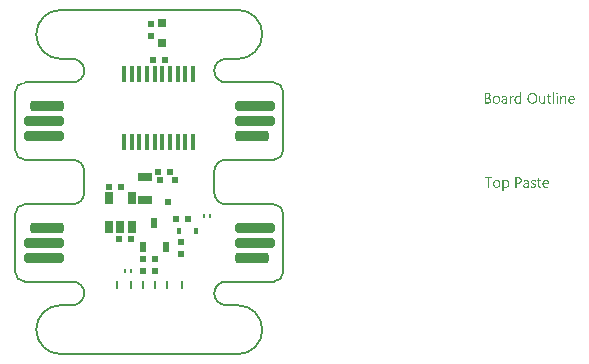
<source format=gtp>
G04*
G04 #@! TF.GenerationSoftware,Altium Limited,Altium Designer,21.3.1 (25)*
G04*
G04 Layer_Color=8421504*
%FSAX25Y25*%
%MOIN*%
G70*
G04*
G04 #@! TF.SameCoordinates,F5ED4B0F-9D4D-4CB6-A318-13B1BB274F9C*
G04*
G04*
G04 #@! TF.FilePolarity,Positive*
G04*
G01*
G75*
%ADD11C,0.00787*%
%ADD14R,0.05118X0.02756*%
%ADD15R,0.02362X0.02165*%
%ADD16R,0.01968X0.02165*%
%ADD17R,0.02756X0.02756*%
%ADD18R,0.01150X0.02724*%
%ADD19R,0.00992X0.02724*%
%ADD20R,0.00756X0.02724*%
%ADD21R,0.02756X0.03937*%
%ADD22R,0.02362X0.03543*%
%ADD23R,0.01575X0.05315*%
%ADD24R,0.00787X0.01181*%
G04:AMPARAMS|DCode=25|XSize=35.43mil|YSize=135.83mil|CornerRadius=13.82mil|HoleSize=0mil|Usage=FLASHONLY|Rotation=90.000|XOffset=0mil|YOffset=0mil|HoleType=Round|Shape=RoundedRectangle|*
%AMROUNDEDRECTD25*
21,1,0.03543,0.10819,0,0,90.0*
21,1,0.00780,0.13583,0,0,90.0*
1,1,0.02764,0.05409,0.00390*
1,1,0.02764,0.05409,-0.00390*
1,1,0.02764,-0.05409,-0.00390*
1,1,0.02764,-0.05409,0.00390*
%
%ADD25ROUNDEDRECTD25*%
G04:AMPARAMS|DCode=26|XSize=35.43mil|YSize=116.14mil|CornerRadius=13.82mil|HoleSize=0mil|Usage=FLASHONLY|Rotation=90.000|XOffset=0mil|YOffset=0mil|HoleType=Round|Shape=RoundedRectangle|*
%AMROUNDEDRECTD26*
21,1,0.03543,0.08850,0,0,90.0*
21,1,0.00780,0.11614,0,0,90.0*
1,1,0.02764,0.04425,0.00390*
1,1,0.02764,0.04425,-0.00390*
1,1,0.02764,-0.04425,-0.00390*
1,1,0.02764,-0.04425,0.00390*
%
%ADD26ROUNDEDRECTD26*%
%ADD27R,0.02165X0.01968*%
%ADD28R,0.01968X0.02165*%
%ADD29R,0.01575X0.02362*%
%ADD30R,0.02165X0.01968*%
G36*
X0136020Y0087185D02*
X0136045D01*
X0136101Y0087160D01*
X0136132Y0087141D01*
X0136162Y0087117D01*
X0136169Y0087111D01*
X0136175Y0087104D01*
X0136206Y0087067D01*
X0136231Y0087005D01*
X0136237Y0086968D01*
X0136243Y0086931D01*
Y0086925D01*
Y0086912D01*
X0136237Y0086894D01*
X0136231Y0086869D01*
X0136212Y0086807D01*
X0136187Y0086776D01*
X0136162Y0086745D01*
X0136156D01*
X0136150Y0086733D01*
X0136113Y0086708D01*
X0136057Y0086683D01*
X0136020Y0086677D01*
X0135983Y0086671D01*
X0135964D01*
X0135946Y0086677D01*
X0135921D01*
X0135859Y0086702D01*
X0135828Y0086714D01*
X0135797Y0086739D01*
Y0086745D01*
X0135785Y0086752D01*
X0135773Y0086770D01*
X0135760Y0086789D01*
X0135735Y0086851D01*
X0135729Y0086888D01*
X0135723Y0086931D01*
Y0086937D01*
Y0086949D01*
X0135729Y0086968D01*
X0135735Y0086999D01*
X0135754Y0087055D01*
X0135773Y0087086D01*
X0135797Y0087117D01*
X0135803Y0087123D01*
X0135810Y0087129D01*
X0135847Y0087154D01*
X0135909Y0087179D01*
X0135946Y0087191D01*
X0136002D01*
X0136020Y0087185D01*
D02*
G37*
G36*
X0124030Y0083520D02*
X0123628D01*
Y0083941D01*
X0123615D01*
Y0083935D01*
X0123603Y0083923D01*
X0123584Y0083898D01*
X0123566Y0083867D01*
X0123535Y0083830D01*
X0123498Y0083793D01*
X0123454Y0083749D01*
X0123405Y0083706D01*
X0123349Y0083657D01*
X0123281Y0083613D01*
X0123213Y0083576D01*
X0123133Y0083539D01*
X0123052Y0083508D01*
X0122959Y0083483D01*
X0122860Y0083471D01*
X0122755Y0083465D01*
X0122712D01*
X0122675Y0083471D01*
X0122637Y0083477D01*
X0122588Y0083483D01*
X0122483Y0083508D01*
X0122359Y0083545D01*
X0122235Y0083607D01*
X0122167Y0083644D01*
X0122111Y0083687D01*
X0122049Y0083743D01*
X0121994Y0083799D01*
Y0083805D01*
X0121981Y0083817D01*
X0121969Y0083836D01*
X0121950Y0083861D01*
X0121932Y0083892D01*
X0121907Y0083935D01*
X0121882Y0083985D01*
X0121857Y0084040D01*
X0121826Y0084102D01*
X0121802Y0084170D01*
X0121777Y0084245D01*
X0121758Y0084325D01*
X0121740Y0084412D01*
X0121727Y0084511D01*
X0121721Y0084610D01*
X0121715Y0084715D01*
Y0084721D01*
Y0084740D01*
Y0084777D01*
X0121721Y0084820D01*
X0121727Y0084870D01*
X0121734Y0084932D01*
X0121740Y0085000D01*
X0121752Y0085074D01*
X0121789Y0085235D01*
X0121845Y0085402D01*
X0121882Y0085483D01*
X0121925Y0085563D01*
X0121969Y0085637D01*
X0122025Y0085711D01*
X0122031Y0085718D01*
X0122037Y0085730D01*
X0122055Y0085749D01*
X0122080Y0085773D01*
X0122111Y0085798D01*
X0122154Y0085829D01*
X0122198Y0085866D01*
X0122247Y0085903D01*
X0122371Y0085971D01*
X0122513Y0086033D01*
X0122594Y0086052D01*
X0122681Y0086071D01*
X0122767Y0086083D01*
X0122866Y0086089D01*
X0122916D01*
X0122953Y0086083D01*
X0122990Y0086077D01*
X0123040Y0086071D01*
X0123151Y0086040D01*
X0123275Y0085990D01*
X0123337Y0085959D01*
X0123399Y0085916D01*
X0123461Y0085873D01*
X0123516Y0085817D01*
X0123566Y0085755D01*
X0123615Y0085681D01*
X0123628D01*
Y0087240D01*
X0124030D01*
Y0083520D01*
D02*
G37*
G36*
X0138298Y0086083D02*
X0138372Y0086077D01*
X0138465Y0086058D01*
X0138564Y0086027D01*
X0138669Y0085978D01*
X0138775Y0085910D01*
X0138818Y0085873D01*
X0138861Y0085823D01*
X0138874Y0085811D01*
X0138899Y0085773D01*
X0138929Y0085711D01*
X0138973Y0085625D01*
X0139010Y0085520D01*
X0139047Y0085390D01*
X0139072Y0085235D01*
X0139078Y0085055D01*
Y0083520D01*
X0138676D01*
Y0084950D01*
Y0084956D01*
Y0084987D01*
X0138669Y0085024D01*
Y0085074D01*
X0138657Y0085136D01*
X0138645Y0085204D01*
X0138626Y0085278D01*
X0138601Y0085352D01*
X0138570Y0085427D01*
X0138533Y0085495D01*
X0138484Y0085563D01*
X0138428Y0085625D01*
X0138366Y0085674D01*
X0138286Y0085711D01*
X0138199Y0085742D01*
X0138094Y0085749D01*
X0138081D01*
X0138044Y0085742D01*
X0137988Y0085736D01*
X0137920Y0085718D01*
X0137840Y0085693D01*
X0137753Y0085650D01*
X0137673Y0085594D01*
X0137592Y0085520D01*
X0137586Y0085507D01*
X0137561Y0085483D01*
X0137531Y0085433D01*
X0137493Y0085365D01*
X0137456Y0085284D01*
X0137425Y0085185D01*
X0137400Y0085074D01*
X0137394Y0084950D01*
Y0083520D01*
X0136992D01*
Y0086033D01*
X0137394D01*
Y0085612D01*
X0137407D01*
X0137413Y0085619D01*
X0137419Y0085631D01*
X0137438Y0085656D01*
X0137462Y0085687D01*
X0137487Y0085724D01*
X0137524Y0085761D01*
X0137568Y0085804D01*
X0137617Y0085854D01*
X0137673Y0085897D01*
X0137735Y0085941D01*
X0137803Y0085978D01*
X0137877Y0086015D01*
X0137951Y0086046D01*
X0138038Y0086071D01*
X0138131Y0086083D01*
X0138230Y0086089D01*
X0138267D01*
X0138298Y0086083D01*
D02*
G37*
G36*
X0121300Y0086071D02*
X0121375Y0086064D01*
X0121418Y0086052D01*
X0121449Y0086040D01*
Y0085625D01*
X0121443Y0085631D01*
X0121430Y0085637D01*
X0121405Y0085650D01*
X0121375Y0085668D01*
X0121331Y0085681D01*
X0121275Y0085693D01*
X0121214Y0085699D01*
X0121145Y0085705D01*
X0121133D01*
X0121102Y0085699D01*
X0121053Y0085693D01*
X0120997Y0085674D01*
X0120923Y0085644D01*
X0120855Y0085600D01*
X0120780Y0085538D01*
X0120712Y0085458D01*
X0120706Y0085445D01*
X0120687Y0085414D01*
X0120657Y0085359D01*
X0120626Y0085284D01*
X0120595Y0085192D01*
X0120564Y0085074D01*
X0120545Y0084944D01*
X0120539Y0084795D01*
Y0083520D01*
X0120137D01*
Y0086033D01*
X0120539D01*
Y0085514D01*
X0120551D01*
Y0085520D01*
X0120557Y0085526D01*
X0120570Y0085557D01*
X0120588Y0085606D01*
X0120619Y0085668D01*
X0120650Y0085730D01*
X0120700Y0085798D01*
X0120749Y0085866D01*
X0120811Y0085928D01*
X0120817Y0085934D01*
X0120842Y0085953D01*
X0120879Y0085978D01*
X0120929Y0086002D01*
X0120985Y0086027D01*
X0121053Y0086052D01*
X0121127Y0086071D01*
X0121207Y0086077D01*
X0121263D01*
X0121300Y0086071D01*
D02*
G37*
G36*
X0132040Y0083520D02*
X0131638D01*
Y0083916D01*
X0131625D01*
Y0083910D01*
X0131613Y0083898D01*
X0131600Y0083873D01*
X0131576Y0083848D01*
X0131520Y0083774D01*
X0131433Y0083694D01*
X0131384Y0083650D01*
X0131328Y0083607D01*
X0131266Y0083570D01*
X0131192Y0083533D01*
X0131118Y0083508D01*
X0131037Y0083483D01*
X0130944Y0083471D01*
X0130851Y0083465D01*
X0130814D01*
X0130771Y0083471D01*
X0130709Y0083483D01*
X0130641Y0083495D01*
X0130567Y0083520D01*
X0130486Y0083551D01*
X0130406Y0083601D01*
X0130319Y0083657D01*
X0130239Y0083725D01*
X0130164Y0083811D01*
X0130096Y0083916D01*
X0130034Y0084034D01*
X0129991Y0084176D01*
X0129966Y0084344D01*
X0129954Y0084430D01*
Y0084529D01*
Y0086033D01*
X0130350D01*
Y0084591D01*
Y0084585D01*
Y0084560D01*
X0130356Y0084517D01*
X0130362Y0084467D01*
X0130369Y0084405D01*
X0130381Y0084344D01*
X0130400Y0084269D01*
X0130424Y0084195D01*
X0130462Y0084121D01*
X0130499Y0084053D01*
X0130548Y0083985D01*
X0130610Y0083923D01*
X0130678Y0083873D01*
X0130759Y0083836D01*
X0130858Y0083805D01*
X0130963Y0083799D01*
X0130975D01*
X0131012Y0083805D01*
X0131068Y0083811D01*
X0131130Y0083824D01*
X0131210Y0083855D01*
X0131291Y0083892D01*
X0131371Y0083941D01*
X0131446Y0084016D01*
X0131452Y0084028D01*
X0131477Y0084053D01*
X0131508Y0084102D01*
X0131545Y0084170D01*
X0131576Y0084251D01*
X0131607Y0084350D01*
X0131631Y0084461D01*
X0131638Y0084585D01*
Y0086033D01*
X0132040D01*
Y0083520D01*
D02*
G37*
G36*
X0136175D02*
X0135773D01*
Y0086033D01*
X0136175D01*
Y0083520D01*
D02*
G37*
G36*
X0134955D02*
X0134553D01*
Y0087240D01*
X0134955D01*
Y0083520D01*
D02*
G37*
G36*
X0118577Y0086083D02*
X0118632Y0086077D01*
X0118701Y0086058D01*
X0118775Y0086040D01*
X0118855Y0086009D01*
X0118942Y0085971D01*
X0119022Y0085922D01*
X0119103Y0085860D01*
X0119177Y0085786D01*
X0119245Y0085693D01*
X0119301Y0085588D01*
X0119344Y0085464D01*
X0119369Y0085322D01*
X0119381Y0085154D01*
Y0083520D01*
X0118979D01*
Y0083910D01*
X0118967D01*
Y0083904D01*
X0118954Y0083892D01*
X0118942Y0083867D01*
X0118917Y0083842D01*
X0118855Y0083768D01*
X0118775Y0083687D01*
X0118663Y0083607D01*
X0118533Y0083533D01*
X0118453Y0083508D01*
X0118372Y0083483D01*
X0118286Y0083471D01*
X0118193Y0083465D01*
X0118156D01*
X0118131Y0083471D01*
X0118063Y0083477D01*
X0117982Y0083489D01*
X0117883Y0083514D01*
X0117791Y0083545D01*
X0117692Y0083595D01*
X0117605Y0083657D01*
X0117599Y0083669D01*
X0117574Y0083694D01*
X0117537Y0083737D01*
X0117500Y0083799D01*
X0117463Y0083873D01*
X0117425Y0083960D01*
X0117401Y0084065D01*
X0117394Y0084183D01*
Y0084189D01*
Y0084214D01*
X0117401Y0084251D01*
X0117407Y0084294D01*
X0117419Y0084350D01*
X0117438Y0084412D01*
X0117463Y0084480D01*
X0117500Y0084548D01*
X0117543Y0084622D01*
X0117599Y0084696D01*
X0117667Y0084764D01*
X0117747Y0084826D01*
X0117840Y0084888D01*
X0117952Y0084938D01*
X0118075Y0084975D01*
X0118224Y0085006D01*
X0118979Y0085111D01*
Y0085117D01*
Y0085136D01*
X0118973Y0085173D01*
Y0085210D01*
X0118960Y0085260D01*
X0118954Y0085315D01*
X0118917Y0085433D01*
X0118886Y0085489D01*
X0118855Y0085544D01*
X0118812Y0085600D01*
X0118762Y0085650D01*
X0118701Y0085693D01*
X0118632Y0085724D01*
X0118552Y0085742D01*
X0118459Y0085749D01*
X0118416D01*
X0118385Y0085742D01*
X0118342D01*
X0118298Y0085730D01*
X0118187Y0085711D01*
X0118063Y0085674D01*
X0117927Y0085619D01*
X0117852Y0085582D01*
X0117784Y0085544D01*
X0117710Y0085495D01*
X0117642Y0085439D01*
Y0085854D01*
X0117648D01*
X0117661Y0085866D01*
X0117679Y0085879D01*
X0117710Y0085891D01*
X0117741Y0085910D01*
X0117784Y0085928D01*
X0117834Y0085947D01*
X0117890Y0085971D01*
X0118013Y0086015D01*
X0118162Y0086052D01*
X0118323Y0086077D01*
X0118496Y0086089D01*
X0118533D01*
X0118577Y0086083D01*
D02*
G37*
G36*
X0112888Y0087030D02*
X0112931D01*
X0112975Y0087024D01*
X0113074Y0087011D01*
X0113191Y0086980D01*
X0113315Y0086943D01*
X0113433Y0086888D01*
X0113538Y0086813D01*
X0113544D01*
X0113550Y0086801D01*
X0113581Y0086776D01*
X0113625Y0086727D01*
X0113674Y0086659D01*
X0113717Y0086572D01*
X0113761Y0086473D01*
X0113792Y0086361D01*
X0113804Y0086300D01*
Y0086231D01*
Y0086225D01*
Y0086219D01*
Y0086182D01*
X0113798Y0086126D01*
X0113786Y0086058D01*
X0113767Y0085971D01*
X0113736Y0085885D01*
X0113699Y0085798D01*
X0113643Y0085711D01*
X0113637Y0085699D01*
X0113612Y0085674D01*
X0113575Y0085637D01*
X0113526Y0085588D01*
X0113464Y0085538D01*
X0113390Y0085483D01*
X0113297Y0085439D01*
X0113198Y0085396D01*
Y0085390D01*
X0113216D01*
X0113235Y0085383D01*
X0113253Y0085377D01*
X0113321Y0085365D01*
X0113402Y0085340D01*
X0113488Y0085303D01*
X0113581Y0085260D01*
X0113674Y0085198D01*
X0113761Y0085117D01*
X0113773Y0085105D01*
X0113798Y0085074D01*
X0113829Y0085031D01*
X0113872Y0084963D01*
X0113909Y0084876D01*
X0113947Y0084777D01*
X0113971Y0084659D01*
X0113978Y0084529D01*
Y0084523D01*
Y0084511D01*
Y0084486D01*
X0113971Y0084455D01*
X0113965Y0084418D01*
X0113959Y0084374D01*
X0113934Y0084269D01*
X0113897Y0084152D01*
X0113841Y0084028D01*
X0113804Y0083972D01*
X0113761Y0083910D01*
X0113705Y0083855D01*
X0113649Y0083799D01*
X0113643D01*
X0113637Y0083786D01*
X0113619Y0083774D01*
X0113594Y0083755D01*
X0113563Y0083737D01*
X0113520Y0083712D01*
X0113427Y0083663D01*
X0113309Y0083607D01*
X0113173Y0083564D01*
X0113012Y0083533D01*
X0112931Y0083526D01*
X0112839Y0083520D01*
X0111811D01*
Y0087036D01*
X0112857D01*
X0112888Y0087030D01*
D02*
G37*
G36*
X0133383Y0086033D02*
X0134021D01*
Y0085687D01*
X0133383D01*
Y0084269D01*
Y0084257D01*
Y0084226D01*
X0133389Y0084183D01*
X0133396Y0084127D01*
X0133420Y0084009D01*
X0133439Y0083954D01*
X0133470Y0083910D01*
X0133476Y0083904D01*
X0133488Y0083892D01*
X0133507Y0083879D01*
X0133538Y0083861D01*
X0133575Y0083836D01*
X0133625Y0083824D01*
X0133686Y0083811D01*
X0133755Y0083805D01*
X0133779D01*
X0133810Y0083811D01*
X0133847Y0083817D01*
X0133934Y0083842D01*
X0133977Y0083861D01*
X0134021Y0083886D01*
Y0083539D01*
X0134015D01*
X0133996Y0083526D01*
X0133965Y0083520D01*
X0133922Y0083508D01*
X0133866Y0083495D01*
X0133804Y0083483D01*
X0133730Y0083477D01*
X0133643Y0083471D01*
X0133612D01*
X0133581Y0083477D01*
X0133538Y0083483D01*
X0133488Y0083495D01*
X0133433Y0083508D01*
X0133377Y0083533D01*
X0133315Y0083564D01*
X0133253Y0083601D01*
X0133191Y0083650D01*
X0133136Y0083706D01*
X0133086Y0083780D01*
X0133043Y0083861D01*
X0133012Y0083960D01*
X0132987Y0084071D01*
X0132981Y0084201D01*
Y0085687D01*
X0132554D01*
Y0086033D01*
X0132981D01*
Y0086646D01*
X0133383Y0086776D01*
Y0086033D01*
D02*
G37*
G36*
X0140910Y0086083D02*
X0140954Y0086077D01*
X0140997Y0086071D01*
X0141108Y0086052D01*
X0141232Y0086009D01*
X0141356Y0085953D01*
X0141418Y0085916D01*
X0141480Y0085873D01*
X0141535Y0085823D01*
X0141591Y0085767D01*
X0141597Y0085761D01*
X0141604Y0085755D01*
X0141616Y0085736D01*
X0141634Y0085711D01*
X0141653Y0085674D01*
X0141678Y0085637D01*
X0141702Y0085594D01*
X0141727Y0085538D01*
X0141752Y0085476D01*
X0141777Y0085414D01*
X0141802Y0085340D01*
X0141820Y0085260D01*
X0141839Y0085173D01*
X0141851Y0085086D01*
X0141864Y0084987D01*
Y0084882D01*
Y0084672D01*
X0140087D01*
Y0084665D01*
Y0084653D01*
Y0084635D01*
X0140093Y0084604D01*
X0140099Y0084566D01*
Y0084529D01*
X0140118Y0084430D01*
X0140149Y0084331D01*
X0140186Y0084220D01*
X0140242Y0084114D01*
X0140310Y0084022D01*
X0140322Y0084009D01*
X0140347Y0083985D01*
X0140396Y0083954D01*
X0140464Y0083910D01*
X0140551Y0083867D01*
X0140650Y0083836D01*
X0140768Y0083811D01*
X0140904Y0083799D01*
X0140947D01*
X0140978Y0083805D01*
X0141015D01*
X0141059Y0083811D01*
X0141164Y0083836D01*
X0141282Y0083867D01*
X0141412Y0083916D01*
X0141548Y0083985D01*
X0141616Y0084028D01*
X0141684Y0084077D01*
Y0083700D01*
X0141678D01*
X0141672Y0083687D01*
X0141653Y0083681D01*
X0141622Y0083663D01*
X0141591Y0083644D01*
X0141554Y0083626D01*
X0141504Y0083607D01*
X0141455Y0083582D01*
X0141393Y0083557D01*
X0141325Y0083539D01*
X0141176Y0083502D01*
X0141003Y0083477D01*
X0140811Y0083465D01*
X0140762D01*
X0140725Y0083471D01*
X0140681Y0083477D01*
X0140626Y0083483D01*
X0140508Y0083508D01*
X0140372Y0083545D01*
X0140235Y0083607D01*
X0140167Y0083650D01*
X0140099Y0083694D01*
X0140037Y0083743D01*
X0139976Y0083805D01*
X0139969Y0083811D01*
X0139963Y0083824D01*
X0139951Y0083842D01*
X0139926Y0083867D01*
X0139907Y0083904D01*
X0139883Y0083947D01*
X0139852Y0083997D01*
X0139827Y0084053D01*
X0139796Y0084114D01*
X0139771Y0084189D01*
X0139740Y0084269D01*
X0139722Y0084356D01*
X0139703Y0084449D01*
X0139685Y0084548D01*
X0139678Y0084653D01*
X0139672Y0084764D01*
Y0084771D01*
Y0084789D01*
Y0084820D01*
X0139678Y0084864D01*
X0139685Y0084913D01*
X0139691Y0084969D01*
X0139697Y0085037D01*
X0139716Y0085105D01*
X0139753Y0085254D01*
X0139808Y0085414D01*
X0139846Y0085495D01*
X0139895Y0085569D01*
X0139945Y0085650D01*
X0140000Y0085718D01*
X0140006Y0085724D01*
X0140019Y0085736D01*
X0140037Y0085755D01*
X0140062Y0085773D01*
X0140093Y0085804D01*
X0140130Y0085835D01*
X0140180Y0085866D01*
X0140229Y0085903D01*
X0140347Y0085971D01*
X0140489Y0086033D01*
X0140570Y0086052D01*
X0140650Y0086071D01*
X0140737Y0086083D01*
X0140830Y0086089D01*
X0140879D01*
X0140910Y0086083D01*
D02*
G37*
G36*
X0127868Y0087092D02*
X0127930Y0087086D01*
X0128004Y0087073D01*
X0128085Y0087055D01*
X0128171Y0087036D01*
X0128258Y0087011D01*
X0128357Y0086980D01*
X0128450Y0086937D01*
X0128549Y0086888D01*
X0128648Y0086832D01*
X0128741Y0086764D01*
X0128833Y0086690D01*
X0128920Y0086603D01*
X0128926Y0086597D01*
X0128939Y0086578D01*
X0128963Y0086553D01*
X0128988Y0086516D01*
X0129025Y0086467D01*
X0129063Y0086405D01*
X0129100Y0086337D01*
X0129143Y0086263D01*
X0129186Y0086170D01*
X0129224Y0086077D01*
X0129261Y0085971D01*
X0129298Y0085854D01*
X0129323Y0085736D01*
X0129347Y0085606D01*
X0129360Y0085464D01*
X0129366Y0085322D01*
Y0085309D01*
Y0085284D01*
Y0085241D01*
X0129360Y0085179D01*
X0129353Y0085105D01*
X0129341Y0085024D01*
X0129329Y0084932D01*
X0129310Y0084826D01*
X0129285Y0084721D01*
X0129254Y0084610D01*
X0129217Y0084498D01*
X0129174Y0084387D01*
X0129118Y0084269D01*
X0129056Y0084164D01*
X0128988Y0084059D01*
X0128908Y0083960D01*
X0128902Y0083954D01*
X0128889Y0083941D01*
X0128858Y0083916D01*
X0128827Y0083886D01*
X0128778Y0083842D01*
X0128722Y0083805D01*
X0128660Y0083755D01*
X0128586Y0083712D01*
X0128505Y0083669D01*
X0128413Y0083619D01*
X0128314Y0083582D01*
X0128202Y0083545D01*
X0128085Y0083508D01*
X0127961Y0083483D01*
X0127831Y0083471D01*
X0127688Y0083465D01*
X0127657D01*
X0127614Y0083471D01*
X0127565D01*
X0127503Y0083477D01*
X0127428Y0083489D01*
X0127348Y0083508D01*
X0127255Y0083526D01*
X0127162Y0083551D01*
X0127063Y0083582D01*
X0126964Y0083626D01*
X0126865Y0083669D01*
X0126766Y0083725D01*
X0126667Y0083793D01*
X0126574Y0083867D01*
X0126488Y0083954D01*
X0126481Y0083960D01*
X0126469Y0083978D01*
X0126444Y0084003D01*
X0126419Y0084040D01*
X0126382Y0084090D01*
X0126345Y0084152D01*
X0126308Y0084220D01*
X0126265Y0084300D01*
X0126221Y0084387D01*
X0126184Y0084480D01*
X0126147Y0084585D01*
X0126110Y0084703D01*
X0126085Y0084820D01*
X0126060Y0084950D01*
X0126048Y0085093D01*
X0126042Y0085235D01*
Y0085247D01*
Y0085272D01*
X0126048Y0085315D01*
Y0085377D01*
X0126054Y0085445D01*
X0126067Y0085532D01*
X0126079Y0085625D01*
X0126098Y0085724D01*
X0126122Y0085829D01*
X0126153Y0085941D01*
X0126190Y0086052D01*
X0126234Y0086163D01*
X0126289Y0086275D01*
X0126351Y0086386D01*
X0126419Y0086492D01*
X0126500Y0086590D01*
X0126506Y0086597D01*
X0126518Y0086615D01*
X0126549Y0086640D01*
X0126587Y0086671D01*
X0126630Y0086708D01*
X0126686Y0086752D01*
X0126754Y0086795D01*
X0126828Y0086844D01*
X0126915Y0086894D01*
X0127007Y0086937D01*
X0127106Y0086980D01*
X0127218Y0087018D01*
X0127342Y0087049D01*
X0127472Y0087080D01*
X0127608Y0087092D01*
X0127750Y0087098D01*
X0127818D01*
X0127868Y0087092D01*
D02*
G37*
G36*
X0115841Y0086083D02*
X0115884Y0086077D01*
X0115940Y0086071D01*
X0116064Y0086046D01*
X0116206Y0086002D01*
X0116348Y0085941D01*
X0116423Y0085903D01*
X0116491Y0085860D01*
X0116559Y0085804D01*
X0116621Y0085742D01*
X0116627Y0085736D01*
X0116633Y0085724D01*
X0116652Y0085705D01*
X0116670Y0085681D01*
X0116695Y0085644D01*
X0116720Y0085600D01*
X0116751Y0085551D01*
X0116782Y0085495D01*
X0116806Y0085427D01*
X0116837Y0085359D01*
X0116862Y0085278D01*
X0116887Y0085192D01*
X0116905Y0085099D01*
X0116924Y0085000D01*
X0116930Y0084895D01*
X0116936Y0084783D01*
Y0084777D01*
Y0084758D01*
Y0084727D01*
X0116930Y0084684D01*
X0116924Y0084635D01*
X0116918Y0084573D01*
X0116905Y0084511D01*
X0116893Y0084436D01*
X0116856Y0084288D01*
X0116794Y0084127D01*
X0116757Y0084046D01*
X0116707Y0083966D01*
X0116658Y0083892D01*
X0116596Y0083824D01*
X0116590Y0083817D01*
X0116577Y0083811D01*
X0116559Y0083793D01*
X0116534Y0083768D01*
X0116497Y0083743D01*
X0116460Y0083712D01*
X0116410Y0083675D01*
X0116355Y0083644D01*
X0116293Y0083613D01*
X0116225Y0083576D01*
X0116150Y0083545D01*
X0116070Y0083520D01*
X0115983Y0083495D01*
X0115890Y0083483D01*
X0115791Y0083471D01*
X0115686Y0083465D01*
X0115630D01*
X0115593Y0083471D01*
X0115550Y0083477D01*
X0115494Y0083483D01*
X0115432Y0083495D01*
X0115364Y0083508D01*
X0115222Y0083551D01*
X0115073Y0083613D01*
X0114999Y0083650D01*
X0114931Y0083700D01*
X0114863Y0083749D01*
X0114795Y0083811D01*
X0114788Y0083817D01*
X0114782Y0083830D01*
X0114764Y0083848D01*
X0114745Y0083873D01*
X0114720Y0083910D01*
X0114689Y0083954D01*
X0114658Y0084003D01*
X0114634Y0084059D01*
X0114603Y0084127D01*
X0114572Y0084195D01*
X0114541Y0084269D01*
X0114516Y0084356D01*
X0114479Y0084542D01*
X0114473Y0084641D01*
X0114467Y0084746D01*
Y0084752D01*
Y0084777D01*
Y0084808D01*
X0114473Y0084851D01*
X0114479Y0084901D01*
X0114485Y0084963D01*
X0114497Y0085031D01*
X0114510Y0085105D01*
X0114547Y0085266D01*
X0114609Y0085427D01*
X0114652Y0085507D01*
X0114696Y0085588D01*
X0114745Y0085662D01*
X0114807Y0085730D01*
X0114813Y0085736D01*
X0114825Y0085749D01*
X0114844Y0085761D01*
X0114869Y0085786D01*
X0114906Y0085811D01*
X0114949Y0085842D01*
X0114999Y0085879D01*
X0115055Y0085910D01*
X0115117Y0085941D01*
X0115191Y0085978D01*
X0115265Y0086009D01*
X0115352Y0086033D01*
X0115438Y0086058D01*
X0115537Y0086077D01*
X0115643Y0086083D01*
X0115748Y0086089D01*
X0115804D01*
X0115841Y0086083D01*
D02*
G37*
G36*
X0119053Y0058045D02*
X0119097Y0058039D01*
X0119140Y0058032D01*
X0119251Y0058008D01*
X0119375Y0057970D01*
X0119499Y0057908D01*
X0119561Y0057871D01*
X0119623Y0057822D01*
X0119678Y0057772D01*
X0119734Y0057710D01*
X0119740Y0057704D01*
X0119747Y0057698D01*
X0119759Y0057673D01*
X0119778Y0057649D01*
X0119796Y0057618D01*
X0119821Y0057574D01*
X0119846Y0057525D01*
X0119870Y0057475D01*
X0119895Y0057413D01*
X0119920Y0057345D01*
X0119945Y0057271D01*
X0119963Y0057191D01*
X0119994Y0057011D01*
X0120007Y0056912D01*
Y0056807D01*
Y0056801D01*
Y0056782D01*
Y0056745D01*
X0120000Y0056701D01*
Y0056652D01*
X0119988Y0056590D01*
X0119982Y0056522D01*
X0119969Y0056448D01*
X0119932Y0056287D01*
X0119877Y0056120D01*
X0119840Y0056039D01*
X0119802Y0055959D01*
X0119753Y0055878D01*
X0119697Y0055804D01*
X0119691Y0055798D01*
X0119685Y0055785D01*
X0119666Y0055767D01*
X0119641Y0055748D01*
X0119610Y0055717D01*
X0119573Y0055686D01*
X0119530Y0055649D01*
X0119480Y0055618D01*
X0119425Y0055581D01*
X0119363Y0055544D01*
X0119214Y0055488D01*
X0119134Y0055463D01*
X0119053Y0055445D01*
X0118960Y0055432D01*
X0118861Y0055426D01*
X0118812D01*
X0118781Y0055432D01*
X0118738Y0055439D01*
X0118694Y0055451D01*
X0118583Y0055476D01*
X0118465Y0055525D01*
X0118397Y0055563D01*
X0118335Y0055600D01*
X0118273Y0055649D01*
X0118218Y0055705D01*
X0118156Y0055767D01*
X0118106Y0055841D01*
X0118094D01*
Y0054331D01*
X0117692D01*
Y0057995D01*
X0118094D01*
Y0057550D01*
X0118106D01*
X0118112Y0057556D01*
X0118119Y0057574D01*
X0118137Y0057599D01*
X0118162Y0057630D01*
X0118193Y0057667D01*
X0118230Y0057710D01*
X0118273Y0057754D01*
X0118329Y0057803D01*
X0118385Y0057847D01*
X0118447Y0057890D01*
X0118521Y0057933D01*
X0118595Y0057970D01*
X0118682Y0058008D01*
X0118775Y0058032D01*
X0118868Y0058045D01*
X0118973Y0058051D01*
X0119022D01*
X0119053Y0058045D01*
D02*
G37*
G36*
X0128326D02*
X0128406Y0058039D01*
X0128493Y0058026D01*
X0128592Y0058001D01*
X0128691Y0057977D01*
X0128790Y0057939D01*
Y0057531D01*
X0128778Y0057537D01*
X0128741Y0057562D01*
X0128685Y0057587D01*
X0128611Y0057624D01*
X0128518Y0057655D01*
X0128406Y0057686D01*
X0128283Y0057704D01*
X0128153Y0057710D01*
X0128085D01*
X0128023Y0057698D01*
X0127948Y0057686D01*
X0127942D01*
X0127936Y0057679D01*
X0127899Y0057667D01*
X0127849Y0057642D01*
X0127794Y0057611D01*
X0127781Y0057605D01*
X0127757Y0057581D01*
X0127726Y0057543D01*
X0127695Y0057500D01*
X0127688Y0057488D01*
X0127676Y0057457D01*
X0127664Y0057413D01*
X0127657Y0057358D01*
Y0057351D01*
Y0057339D01*
Y0057320D01*
X0127664Y0057302D01*
X0127676Y0057246D01*
X0127695Y0057191D01*
X0127701Y0057178D01*
X0127719Y0057153D01*
X0127757Y0057116D01*
X0127800Y0057073D01*
X0127806D01*
X0127812Y0057067D01*
X0127849Y0057042D01*
X0127899Y0057011D01*
X0127967Y0056980D01*
X0127973D01*
X0127986Y0056974D01*
X0128004Y0056968D01*
X0128035Y0056955D01*
X0128103Y0056931D01*
X0128190Y0056893D01*
X0128196D01*
X0128221Y0056881D01*
X0128252Y0056869D01*
X0128289Y0056856D01*
X0128388Y0056813D01*
X0128487Y0056763D01*
X0128493D01*
X0128512Y0056751D01*
X0128536Y0056739D01*
X0128567Y0056720D01*
X0128642Y0056670D01*
X0128716Y0056609D01*
X0128722Y0056602D01*
X0128735Y0056596D01*
X0128747Y0056578D01*
X0128772Y0056553D01*
X0128815Y0056491D01*
X0128858Y0056411D01*
Y0056404D01*
X0128865Y0056392D01*
X0128877Y0056367D01*
X0128883Y0056336D01*
X0128895Y0056299D01*
X0128902Y0056256D01*
X0128908Y0056151D01*
Y0056144D01*
Y0056120D01*
X0128902Y0056082D01*
X0128895Y0056039D01*
X0128889Y0055990D01*
X0128871Y0055934D01*
X0128852Y0055884D01*
X0128821Y0055829D01*
X0128815Y0055822D01*
X0128809Y0055804D01*
X0128790Y0055779D01*
X0128765Y0055748D01*
X0128735Y0055711D01*
X0128697Y0055674D01*
X0128604Y0055600D01*
X0128598Y0055594D01*
X0128580Y0055587D01*
X0128555Y0055569D01*
X0128512Y0055550D01*
X0128468Y0055525D01*
X0128413Y0055507D01*
X0128357Y0055488D01*
X0128289Y0055470D01*
X0128283D01*
X0128258Y0055463D01*
X0128221Y0055457D01*
X0128177Y0055451D01*
X0128115Y0055439D01*
X0128054Y0055432D01*
X0127911Y0055426D01*
X0127849D01*
X0127775Y0055432D01*
X0127682Y0055445D01*
X0127577Y0055463D01*
X0127465Y0055488D01*
X0127354Y0055519D01*
X0127243Y0055569D01*
Y0056002D01*
X0127249D01*
X0127255Y0055990D01*
X0127274Y0055977D01*
X0127298Y0055965D01*
X0127366Y0055928D01*
X0127459Y0055884D01*
X0127565Y0055835D01*
X0127688Y0055798D01*
X0127824Y0055773D01*
X0127967Y0055761D01*
X0128016D01*
X0128047Y0055767D01*
X0128134Y0055779D01*
X0128233Y0055804D01*
X0128326Y0055847D01*
X0128369Y0055878D01*
X0128413Y0055909D01*
X0128444Y0055953D01*
X0128468Y0055996D01*
X0128487Y0056051D01*
X0128493Y0056113D01*
Y0056120D01*
Y0056132D01*
Y0056151D01*
X0128487Y0056169D01*
X0128474Y0056225D01*
X0128450Y0056281D01*
Y0056287D01*
X0128444Y0056293D01*
X0128419Y0056324D01*
X0128382Y0056367D01*
X0128326Y0056404D01*
X0128320D01*
X0128314Y0056417D01*
X0128276Y0056435D01*
X0128221Y0056472D01*
X0128146Y0056503D01*
X0128140D01*
X0128128Y0056510D01*
X0128109Y0056522D01*
X0128078Y0056534D01*
X0128010Y0056559D01*
X0127924Y0056596D01*
X0127917D01*
X0127893Y0056609D01*
X0127862Y0056621D01*
X0127824Y0056633D01*
X0127726Y0056677D01*
X0127627Y0056726D01*
X0127620Y0056732D01*
X0127608Y0056739D01*
X0127583Y0056751D01*
X0127552Y0056770D01*
X0127484Y0056819D01*
X0127416Y0056875D01*
X0127410Y0056881D01*
X0127404Y0056887D01*
X0127385Y0056906D01*
X0127366Y0056931D01*
X0127323Y0056992D01*
X0127286Y0057067D01*
Y0057073D01*
X0127280Y0057085D01*
X0127274Y0057110D01*
X0127268Y0057141D01*
X0127261Y0057178D01*
X0127255Y0057222D01*
X0127249Y0057327D01*
Y0057333D01*
Y0057358D01*
X0127255Y0057389D01*
X0127261Y0057432D01*
X0127268Y0057481D01*
X0127286Y0057531D01*
X0127305Y0057587D01*
X0127329Y0057636D01*
X0127336Y0057642D01*
X0127342Y0057661D01*
X0127360Y0057686D01*
X0127385Y0057717D01*
X0127453Y0057791D01*
X0127540Y0057865D01*
X0127546Y0057871D01*
X0127565Y0057878D01*
X0127589Y0057896D01*
X0127633Y0057915D01*
X0127676Y0057939D01*
X0127726Y0057964D01*
X0127849Y0058001D01*
X0127856D01*
X0127880Y0058008D01*
X0127911Y0058020D01*
X0127961Y0058026D01*
X0128010Y0058039D01*
X0128072Y0058045D01*
X0128208Y0058051D01*
X0128264D01*
X0128326Y0058045D01*
D02*
G37*
G36*
X0125831D02*
X0125887Y0058039D01*
X0125955Y0058020D01*
X0126029Y0058001D01*
X0126110Y0057970D01*
X0126197Y0057933D01*
X0126277Y0057884D01*
X0126357Y0057822D01*
X0126432Y0057748D01*
X0126500Y0057655D01*
X0126556Y0057550D01*
X0126599Y0057426D01*
X0126624Y0057283D01*
X0126636Y0057116D01*
Y0055482D01*
X0126234D01*
Y0055872D01*
X0126221D01*
Y0055866D01*
X0126209Y0055853D01*
X0126197Y0055829D01*
X0126172Y0055804D01*
X0126110Y0055730D01*
X0126029Y0055649D01*
X0125918Y0055569D01*
X0125788Y0055494D01*
X0125708Y0055470D01*
X0125627Y0055445D01*
X0125540Y0055432D01*
X0125448Y0055426D01*
X0125410D01*
X0125386Y0055432D01*
X0125318Y0055439D01*
X0125237Y0055451D01*
X0125138Y0055476D01*
X0125045Y0055507D01*
X0124946Y0055556D01*
X0124859Y0055618D01*
X0124853Y0055631D01*
X0124829Y0055655D01*
X0124792Y0055699D01*
X0124754Y0055761D01*
X0124717Y0055835D01*
X0124680Y0055922D01*
X0124655Y0056027D01*
X0124649Y0056144D01*
Y0056151D01*
Y0056175D01*
X0124655Y0056213D01*
X0124662Y0056256D01*
X0124674Y0056312D01*
X0124692Y0056373D01*
X0124717Y0056441D01*
X0124754Y0056510D01*
X0124798Y0056584D01*
X0124853Y0056658D01*
X0124921Y0056726D01*
X0125002Y0056788D01*
X0125095Y0056850D01*
X0125206Y0056900D01*
X0125330Y0056937D01*
X0125478Y0056968D01*
X0126234Y0057073D01*
Y0057079D01*
Y0057098D01*
X0126227Y0057135D01*
Y0057172D01*
X0126215Y0057222D01*
X0126209Y0057277D01*
X0126172Y0057395D01*
X0126141Y0057450D01*
X0126110Y0057506D01*
X0126067Y0057562D01*
X0126017Y0057611D01*
X0125955Y0057655D01*
X0125887Y0057686D01*
X0125807Y0057704D01*
X0125714Y0057710D01*
X0125670D01*
X0125639Y0057704D01*
X0125596D01*
X0125553Y0057692D01*
X0125441Y0057673D01*
X0125318Y0057636D01*
X0125181Y0057581D01*
X0125107Y0057543D01*
X0125039Y0057506D01*
X0124965Y0057457D01*
X0124897Y0057401D01*
Y0057816D01*
X0124903D01*
X0124915Y0057828D01*
X0124934Y0057840D01*
X0124965Y0057853D01*
X0124996Y0057871D01*
X0125039Y0057890D01*
X0125089Y0057908D01*
X0125144Y0057933D01*
X0125268Y0057977D01*
X0125417Y0058014D01*
X0125578Y0058039D01*
X0125751Y0058051D01*
X0125788D01*
X0125831Y0058045D01*
D02*
G37*
G36*
X0123133Y0058992D02*
X0123182D01*
X0123232Y0058986D01*
X0123362Y0058961D01*
X0123498Y0058930D01*
X0123646Y0058880D01*
X0123789Y0058812D01*
X0123851Y0058769D01*
X0123913Y0058719D01*
X0123919D01*
X0123925Y0058707D01*
X0123943Y0058688D01*
X0123962Y0058670D01*
X0124012Y0058608D01*
X0124073Y0058521D01*
X0124129Y0058410D01*
X0124179Y0058280D01*
X0124216Y0058125D01*
X0124222Y0058039D01*
X0124228Y0057946D01*
Y0057939D01*
Y0057921D01*
Y0057896D01*
X0124222Y0057865D01*
X0124216Y0057822D01*
X0124210Y0057772D01*
X0124185Y0057655D01*
X0124142Y0057525D01*
X0124080Y0057389D01*
X0124042Y0057320D01*
X0123999Y0057252D01*
X0123943Y0057184D01*
X0123881Y0057122D01*
X0123875Y0057116D01*
X0123863Y0057110D01*
X0123844Y0057091D01*
X0123820Y0057073D01*
X0123783Y0057048D01*
X0123739Y0057023D01*
X0123690Y0056992D01*
X0123634Y0056968D01*
X0123572Y0056937D01*
X0123504Y0056906D01*
X0123424Y0056881D01*
X0123343Y0056856D01*
X0123157Y0056819D01*
X0123058Y0056813D01*
X0122953Y0056807D01*
X0122489D01*
Y0055482D01*
X0122074D01*
Y0058998D01*
X0123095D01*
X0123133Y0058992D01*
D02*
G37*
G36*
X0114250Y0058627D02*
X0113235D01*
Y0055482D01*
X0112826D01*
Y0058627D01*
X0111811D01*
Y0058998D01*
X0114250D01*
Y0058627D01*
D02*
G37*
G36*
X0130059Y0057995D02*
X0130697D01*
Y0057649D01*
X0130059D01*
Y0056231D01*
Y0056219D01*
Y0056188D01*
X0130065Y0056144D01*
X0130071Y0056089D01*
X0130096Y0055971D01*
X0130115Y0055915D01*
X0130146Y0055872D01*
X0130152Y0055866D01*
X0130164Y0055853D01*
X0130183Y0055841D01*
X0130214Y0055822D01*
X0130251Y0055798D01*
X0130300Y0055785D01*
X0130362Y0055773D01*
X0130430Y0055767D01*
X0130455D01*
X0130486Y0055773D01*
X0130523Y0055779D01*
X0130610Y0055804D01*
X0130653Y0055822D01*
X0130697Y0055847D01*
Y0055501D01*
X0130691D01*
X0130672Y0055488D01*
X0130641Y0055482D01*
X0130598Y0055470D01*
X0130542Y0055457D01*
X0130480Y0055445D01*
X0130406Y0055439D01*
X0130319Y0055432D01*
X0130288D01*
X0130257Y0055439D01*
X0130214Y0055445D01*
X0130164Y0055457D01*
X0130109Y0055470D01*
X0130053Y0055494D01*
X0129991Y0055525D01*
X0129929Y0055563D01*
X0129867Y0055612D01*
X0129812Y0055668D01*
X0129762Y0055742D01*
X0129719Y0055822D01*
X0129688Y0055922D01*
X0129663Y0056033D01*
X0129657Y0056163D01*
Y0057649D01*
X0129230D01*
Y0057995D01*
X0129657D01*
Y0058608D01*
X0130059Y0058738D01*
Y0057995D01*
D02*
G37*
G36*
X0132300Y0058045D02*
X0132343Y0058039D01*
X0132387Y0058032D01*
X0132498Y0058014D01*
X0132622Y0057970D01*
X0132746Y0057915D01*
X0132808Y0057878D01*
X0132869Y0057834D01*
X0132925Y0057785D01*
X0132981Y0057729D01*
X0132987Y0057723D01*
X0132993Y0057717D01*
X0133006Y0057698D01*
X0133024Y0057673D01*
X0133043Y0057636D01*
X0133068Y0057599D01*
X0133092Y0057556D01*
X0133117Y0057500D01*
X0133142Y0057438D01*
X0133167Y0057376D01*
X0133191Y0057302D01*
X0133210Y0057222D01*
X0133228Y0057135D01*
X0133241Y0057048D01*
X0133253Y0056949D01*
Y0056844D01*
Y0056633D01*
X0131477D01*
Y0056627D01*
Y0056615D01*
Y0056596D01*
X0131483Y0056565D01*
X0131489Y0056528D01*
Y0056491D01*
X0131508Y0056392D01*
X0131539Y0056293D01*
X0131576Y0056182D01*
X0131631Y0056076D01*
X0131700Y0055984D01*
X0131712Y0055971D01*
X0131737Y0055946D01*
X0131786Y0055915D01*
X0131854Y0055872D01*
X0131941Y0055829D01*
X0132040Y0055798D01*
X0132158Y0055773D01*
X0132294Y0055761D01*
X0132337D01*
X0132368Y0055767D01*
X0132405D01*
X0132448Y0055773D01*
X0132554Y0055798D01*
X0132671Y0055829D01*
X0132801Y0055878D01*
X0132938Y0055946D01*
X0133006Y0055990D01*
X0133074Y0056039D01*
Y0055662D01*
X0133068D01*
X0133061Y0055649D01*
X0133043Y0055643D01*
X0133012Y0055624D01*
X0132981Y0055606D01*
X0132944Y0055587D01*
X0132894Y0055569D01*
X0132845Y0055544D01*
X0132783Y0055519D01*
X0132715Y0055501D01*
X0132566Y0055463D01*
X0132393Y0055439D01*
X0132201Y0055426D01*
X0132151D01*
X0132114Y0055432D01*
X0132071Y0055439D01*
X0132015Y0055445D01*
X0131898Y0055470D01*
X0131761Y0055507D01*
X0131625Y0055569D01*
X0131557Y0055612D01*
X0131489Y0055655D01*
X0131427Y0055705D01*
X0131365Y0055767D01*
X0131359Y0055773D01*
X0131353Y0055785D01*
X0131341Y0055804D01*
X0131316Y0055829D01*
X0131297Y0055866D01*
X0131272Y0055909D01*
X0131241Y0055959D01*
X0131217Y0056014D01*
X0131186Y0056076D01*
X0131161Y0056151D01*
X0131130Y0056231D01*
X0131111Y0056318D01*
X0131093Y0056411D01*
X0131074Y0056510D01*
X0131068Y0056615D01*
X0131062Y0056726D01*
Y0056732D01*
Y0056751D01*
Y0056782D01*
X0131068Y0056825D01*
X0131074Y0056875D01*
X0131080Y0056931D01*
X0131087Y0056999D01*
X0131105Y0057067D01*
X0131142Y0057215D01*
X0131198Y0057376D01*
X0131235Y0057457D01*
X0131285Y0057531D01*
X0131334Y0057611D01*
X0131390Y0057679D01*
X0131396Y0057686D01*
X0131409Y0057698D01*
X0131427Y0057717D01*
X0131452Y0057735D01*
X0131483Y0057766D01*
X0131520Y0057797D01*
X0131570Y0057828D01*
X0131619Y0057865D01*
X0131737Y0057933D01*
X0131879Y0057995D01*
X0131959Y0058014D01*
X0132040Y0058032D01*
X0132127Y0058045D01*
X0132220Y0058051D01*
X0132269D01*
X0132300Y0058045D01*
D02*
G37*
G36*
X0115952D02*
X0115996Y0058039D01*
X0116051Y0058032D01*
X0116175Y0058008D01*
X0116317Y0057964D01*
X0116460Y0057902D01*
X0116534Y0057865D01*
X0116602Y0057822D01*
X0116670Y0057766D01*
X0116732Y0057704D01*
X0116738Y0057698D01*
X0116744Y0057686D01*
X0116763Y0057667D01*
X0116782Y0057642D01*
X0116806Y0057605D01*
X0116831Y0057562D01*
X0116862Y0057512D01*
X0116893Y0057457D01*
X0116918Y0057389D01*
X0116949Y0057320D01*
X0116973Y0057240D01*
X0116998Y0057153D01*
X0117017Y0057060D01*
X0117035Y0056962D01*
X0117042Y0056856D01*
X0117048Y0056745D01*
Y0056739D01*
Y0056720D01*
Y0056689D01*
X0117042Y0056646D01*
X0117035Y0056596D01*
X0117029Y0056534D01*
X0117017Y0056472D01*
X0117004Y0056398D01*
X0116967Y0056250D01*
X0116905Y0056089D01*
X0116868Y0056008D01*
X0116819Y0055928D01*
X0116769Y0055853D01*
X0116707Y0055785D01*
X0116701Y0055779D01*
X0116689Y0055773D01*
X0116670Y0055754D01*
X0116645Y0055730D01*
X0116608Y0055705D01*
X0116571Y0055674D01*
X0116522Y0055637D01*
X0116466Y0055606D01*
X0116404Y0055575D01*
X0116336Y0055538D01*
X0116262Y0055507D01*
X0116181Y0055482D01*
X0116095Y0055457D01*
X0116002Y0055445D01*
X0115903Y0055432D01*
X0115797Y0055426D01*
X0115742D01*
X0115705Y0055432D01*
X0115661Y0055439D01*
X0115605Y0055445D01*
X0115544Y0055457D01*
X0115475Y0055470D01*
X0115333Y0055513D01*
X0115185Y0055575D01*
X0115110Y0055612D01*
X0115042Y0055662D01*
X0114974Y0055711D01*
X0114906Y0055773D01*
X0114900Y0055779D01*
X0114894Y0055792D01*
X0114875Y0055810D01*
X0114857Y0055835D01*
X0114832Y0055872D01*
X0114801Y0055915D01*
X0114770Y0055965D01*
X0114745Y0056021D01*
X0114714Y0056089D01*
X0114683Y0056157D01*
X0114652Y0056231D01*
X0114628Y0056318D01*
X0114590Y0056503D01*
X0114584Y0056602D01*
X0114578Y0056708D01*
Y0056714D01*
Y0056739D01*
Y0056770D01*
X0114584Y0056813D01*
X0114590Y0056862D01*
X0114596Y0056924D01*
X0114609Y0056992D01*
X0114621Y0057067D01*
X0114658Y0057228D01*
X0114720Y0057389D01*
X0114764Y0057469D01*
X0114807Y0057550D01*
X0114857Y0057624D01*
X0114918Y0057692D01*
X0114925Y0057698D01*
X0114937Y0057710D01*
X0114955Y0057723D01*
X0114980Y0057748D01*
X0115017Y0057772D01*
X0115061Y0057803D01*
X0115110Y0057840D01*
X0115166Y0057871D01*
X0115228Y0057902D01*
X0115302Y0057939D01*
X0115376Y0057970D01*
X0115463Y0057995D01*
X0115550Y0058020D01*
X0115649Y0058039D01*
X0115754Y0058045D01*
X0115859Y0058051D01*
X0115915D01*
X0115952Y0058045D01*
D02*
G37*
%LPC*%
G36*
X0122916Y0085749D02*
X0122879D01*
X0122854Y0085742D01*
X0122786Y0085736D01*
X0122705Y0085718D01*
X0122613Y0085681D01*
X0122513Y0085631D01*
X0122421Y0085569D01*
X0122377Y0085526D01*
X0122334Y0085476D01*
X0122328Y0085464D01*
X0122303Y0085427D01*
X0122266Y0085365D01*
X0122229Y0085284D01*
X0122192Y0085179D01*
X0122154Y0085049D01*
X0122130Y0084901D01*
X0122124Y0084733D01*
Y0084727D01*
Y0084715D01*
Y0084690D01*
X0122130Y0084659D01*
Y0084628D01*
X0122136Y0084585D01*
X0122148Y0084486D01*
X0122173Y0084374D01*
X0122210Y0084263D01*
X0122260Y0084152D01*
X0122328Y0084046D01*
X0122340Y0084034D01*
X0122365Y0084009D01*
X0122408Y0083966D01*
X0122470Y0083923D01*
X0122551Y0083879D01*
X0122643Y0083836D01*
X0122749Y0083811D01*
X0122873Y0083799D01*
X0122904D01*
X0122928Y0083805D01*
X0122990Y0083811D01*
X0123064Y0083830D01*
X0123151Y0083861D01*
X0123244Y0083898D01*
X0123331Y0083960D01*
X0123417Y0084040D01*
X0123424Y0084053D01*
X0123448Y0084084D01*
X0123485Y0084139D01*
X0123522Y0084207D01*
X0123560Y0084294D01*
X0123597Y0084399D01*
X0123621Y0084523D01*
X0123628Y0084653D01*
Y0085024D01*
Y0085031D01*
Y0085037D01*
Y0085074D01*
X0123615Y0085130D01*
X0123603Y0085204D01*
X0123578Y0085284D01*
X0123541Y0085371D01*
X0123492Y0085458D01*
X0123424Y0085538D01*
X0123417Y0085544D01*
X0123386Y0085569D01*
X0123343Y0085606D01*
X0123287Y0085644D01*
X0123213Y0085681D01*
X0123126Y0085718D01*
X0123027Y0085742D01*
X0122916Y0085749D01*
D02*
G37*
G36*
X0118979Y0084789D02*
X0118372Y0084703D01*
X0118360D01*
X0118329Y0084696D01*
X0118280Y0084684D01*
X0118218Y0084672D01*
X0118150Y0084653D01*
X0118075Y0084628D01*
X0118013Y0084604D01*
X0117952Y0084566D01*
X0117945Y0084560D01*
X0117927Y0084548D01*
X0117908Y0084523D01*
X0117883Y0084486D01*
X0117852Y0084436D01*
X0117834Y0084374D01*
X0117815Y0084300D01*
X0117809Y0084214D01*
Y0084207D01*
Y0084183D01*
X0117815Y0084152D01*
X0117828Y0084108D01*
X0117840Y0084059D01*
X0117865Y0084009D01*
X0117896Y0083960D01*
X0117939Y0083910D01*
X0117945Y0083904D01*
X0117964Y0083892D01*
X0117995Y0083873D01*
X0118032Y0083855D01*
X0118081Y0083836D01*
X0118143Y0083817D01*
X0118211Y0083805D01*
X0118292Y0083799D01*
X0118304D01*
X0118342Y0083805D01*
X0118397Y0083811D01*
X0118465Y0083824D01*
X0118540Y0083848D01*
X0118626Y0083886D01*
X0118707Y0083941D01*
X0118781Y0084009D01*
X0118787Y0084022D01*
X0118812Y0084046D01*
X0118843Y0084090D01*
X0118880Y0084152D01*
X0118917Y0084232D01*
X0118948Y0084319D01*
X0118973Y0084424D01*
X0118979Y0084535D01*
Y0084789D01*
D02*
G37*
G36*
X0112696Y0086665D02*
X0112226D01*
Y0085526D01*
X0112702D01*
X0112764Y0085532D01*
X0112839Y0085544D01*
X0112925Y0085563D01*
X0113018Y0085594D01*
X0113099Y0085631D01*
X0113179Y0085687D01*
X0113185Y0085693D01*
X0113210Y0085718D01*
X0113241Y0085755D01*
X0113278Y0085811D01*
X0113309Y0085873D01*
X0113340Y0085953D01*
X0113365Y0086046D01*
X0113371Y0086151D01*
Y0086157D01*
Y0086176D01*
X0113365Y0086201D01*
X0113358Y0086231D01*
X0113334Y0086312D01*
X0113315Y0086361D01*
X0113284Y0086411D01*
X0113253Y0086454D01*
X0113204Y0086504D01*
X0113154Y0086547D01*
X0113086Y0086584D01*
X0113012Y0086615D01*
X0112919Y0086640D01*
X0112814Y0086659D01*
X0112696Y0086665D01*
D02*
G37*
G36*
Y0085154D02*
X0112226D01*
Y0083892D01*
X0112845D01*
X0112907Y0083898D01*
X0112993Y0083910D01*
X0113080Y0083935D01*
X0113173Y0083960D01*
X0113266Y0084003D01*
X0113346Y0084059D01*
X0113352Y0084065D01*
X0113377Y0084090D01*
X0113408Y0084127D01*
X0113445Y0084183D01*
X0113482Y0084251D01*
X0113513Y0084331D01*
X0113538Y0084430D01*
X0113544Y0084535D01*
Y0084542D01*
Y0084560D01*
X0113538Y0084591D01*
X0113532Y0084635D01*
X0113520Y0084678D01*
X0113501Y0084733D01*
X0113476Y0084789D01*
X0113439Y0084845D01*
X0113396Y0084901D01*
X0113340Y0084956D01*
X0113272Y0085012D01*
X0113185Y0085055D01*
X0113092Y0085099D01*
X0112975Y0085130D01*
X0112845Y0085148D01*
X0112696Y0085154D01*
D02*
G37*
G36*
X0140824Y0085749D02*
X0140774D01*
X0140725Y0085736D01*
X0140656Y0085724D01*
X0140582Y0085699D01*
X0140496Y0085662D01*
X0140415Y0085612D01*
X0140334Y0085544D01*
X0140328Y0085538D01*
X0140304Y0085507D01*
X0140273Y0085464D01*
X0140229Y0085402D01*
X0140186Y0085328D01*
X0140149Y0085235D01*
X0140118Y0085130D01*
X0140093Y0085012D01*
X0141449D01*
Y0085018D01*
Y0085031D01*
Y0085043D01*
Y0085068D01*
X0141443Y0085136D01*
X0141430Y0085210D01*
X0141405Y0085303D01*
X0141381Y0085390D01*
X0141337Y0085476D01*
X0141282Y0085557D01*
X0141275Y0085563D01*
X0141251Y0085588D01*
X0141214Y0085619D01*
X0141164Y0085656D01*
X0141096Y0085687D01*
X0141015Y0085718D01*
X0140929Y0085742D01*
X0140824Y0085749D01*
D02*
G37*
G36*
X0127719Y0086721D02*
X0127664D01*
X0127627Y0086714D01*
X0127577Y0086708D01*
X0127527Y0086702D01*
X0127465Y0086690D01*
X0127397Y0086671D01*
X0127255Y0086621D01*
X0127181Y0086590D01*
X0127100Y0086553D01*
X0127026Y0086504D01*
X0126952Y0086448D01*
X0126884Y0086386D01*
X0126816Y0086318D01*
X0126809Y0086312D01*
X0126803Y0086300D01*
X0126785Y0086275D01*
X0126760Y0086244D01*
X0126735Y0086207D01*
X0126710Y0086157D01*
X0126679Y0086102D01*
X0126648Y0086040D01*
X0126611Y0085965D01*
X0126580Y0085891D01*
X0126556Y0085804D01*
X0126531Y0085711D01*
X0126506Y0085612D01*
X0126488Y0085501D01*
X0126481Y0085390D01*
X0126475Y0085272D01*
Y0085266D01*
Y0085241D01*
Y0085210D01*
X0126481Y0085167D01*
X0126488Y0085111D01*
X0126494Y0085043D01*
X0126506Y0084975D01*
X0126518Y0084901D01*
X0126556Y0084733D01*
X0126618Y0084554D01*
X0126655Y0084467D01*
X0126698Y0084387D01*
X0126754Y0084300D01*
X0126809Y0084226D01*
X0126816Y0084220D01*
X0126828Y0084207D01*
X0126847Y0084189D01*
X0126871Y0084164D01*
X0126902Y0084133D01*
X0126946Y0084102D01*
X0126995Y0084065D01*
X0127045Y0084028D01*
X0127106Y0083991D01*
X0127175Y0083954D01*
X0127323Y0083892D01*
X0127410Y0083867D01*
X0127497Y0083848D01*
X0127589Y0083836D01*
X0127688Y0083830D01*
X0127744D01*
X0127787Y0083836D01*
X0127831Y0083842D01*
X0127893Y0083848D01*
X0127954Y0083861D01*
X0128023Y0083879D01*
X0128165Y0083923D01*
X0128245Y0083954D01*
X0128320Y0083991D01*
X0128394Y0084034D01*
X0128468Y0084084D01*
X0128536Y0084139D01*
X0128604Y0084207D01*
X0128611Y0084214D01*
X0128617Y0084226D01*
X0128635Y0084245D01*
X0128654Y0084276D01*
X0128685Y0084319D01*
X0128710Y0084362D01*
X0128741Y0084418D01*
X0128772Y0084480D01*
X0128803Y0084554D01*
X0128833Y0084635D01*
X0128865Y0084721D01*
X0128889Y0084814D01*
X0128908Y0084913D01*
X0128926Y0085024D01*
X0128933Y0085142D01*
X0128939Y0085266D01*
Y0085272D01*
Y0085297D01*
Y0085334D01*
X0128933Y0085377D01*
X0128926Y0085439D01*
X0128920Y0085507D01*
X0128914Y0085582D01*
X0128895Y0085662D01*
X0128858Y0085829D01*
X0128803Y0086009D01*
X0128765Y0086095D01*
X0128722Y0086182D01*
X0128666Y0086263D01*
X0128611Y0086337D01*
X0128604Y0086343D01*
X0128598Y0086355D01*
X0128580Y0086374D01*
X0128549Y0086399D01*
X0128518Y0086423D01*
X0128481Y0086461D01*
X0128431Y0086492D01*
X0128382Y0086529D01*
X0128320Y0086566D01*
X0128252Y0086597D01*
X0128177Y0086634D01*
X0128097Y0086659D01*
X0128010Y0086683D01*
X0127924Y0086702D01*
X0127824Y0086714D01*
X0127719Y0086721D01*
D02*
G37*
G36*
X0115717Y0085749D02*
X0115680D01*
X0115655Y0085742D01*
X0115581Y0085736D01*
X0115494Y0085718D01*
X0115395Y0085687D01*
X0115290Y0085637D01*
X0115191Y0085569D01*
X0115141Y0085532D01*
X0115098Y0085483D01*
X0115085Y0085470D01*
X0115061Y0085433D01*
X0115030Y0085377D01*
X0114987Y0085297D01*
X0114943Y0085192D01*
X0114912Y0085068D01*
X0114887Y0084925D01*
X0114875Y0084758D01*
Y0084752D01*
Y0084740D01*
Y0084715D01*
X0114881Y0084684D01*
Y0084647D01*
X0114887Y0084604D01*
X0114906Y0084504D01*
X0114931Y0084393D01*
X0114974Y0084276D01*
X0115030Y0084158D01*
X0115104Y0084053D01*
X0115117Y0084040D01*
X0115147Y0084016D01*
X0115197Y0083972D01*
X0115265Y0083929D01*
X0115352Y0083879D01*
X0115457Y0083836D01*
X0115581Y0083811D01*
X0115717Y0083799D01*
X0115754D01*
X0115779Y0083805D01*
X0115853Y0083811D01*
X0115940Y0083830D01*
X0116033Y0083861D01*
X0116138Y0083904D01*
X0116231Y0083966D01*
X0116317Y0084046D01*
X0116323Y0084059D01*
X0116348Y0084096D01*
X0116385Y0084152D01*
X0116423Y0084232D01*
X0116460Y0084337D01*
X0116497Y0084461D01*
X0116522Y0084604D01*
X0116528Y0084771D01*
Y0084777D01*
Y0084789D01*
Y0084814D01*
Y0084851D01*
X0116522Y0084888D01*
X0116515Y0084932D01*
X0116503Y0085037D01*
X0116478Y0085154D01*
X0116441Y0085272D01*
X0116385Y0085390D01*
X0116317Y0085495D01*
X0116305Y0085507D01*
X0116280Y0085532D01*
X0116231Y0085575D01*
X0116163Y0085625D01*
X0116076Y0085668D01*
X0115977Y0085711D01*
X0115853Y0085736D01*
X0115717Y0085749D01*
D02*
G37*
G36*
X0118874Y0057710D02*
X0118843D01*
X0118818Y0057704D01*
X0118750Y0057698D01*
X0118669Y0057679D01*
X0118583Y0057649D01*
X0118484Y0057605D01*
X0118391Y0057543D01*
X0118304Y0057463D01*
X0118298Y0057450D01*
X0118273Y0057420D01*
X0118236Y0057370D01*
X0118199Y0057296D01*
X0118162Y0057209D01*
X0118125Y0057104D01*
X0118100Y0056986D01*
X0118094Y0056856D01*
Y0056503D01*
Y0056497D01*
Y0056491D01*
X0118100Y0056454D01*
X0118106Y0056392D01*
X0118119Y0056324D01*
X0118143Y0056237D01*
X0118181Y0056151D01*
X0118230Y0056064D01*
X0118298Y0055977D01*
X0118310Y0055971D01*
X0118335Y0055946D01*
X0118379Y0055909D01*
X0118440Y0055872D01*
X0118515Y0055829D01*
X0118601Y0055798D01*
X0118701Y0055773D01*
X0118812Y0055761D01*
X0118849D01*
X0118874Y0055767D01*
X0118936Y0055773D01*
X0119022Y0055798D01*
X0119109Y0055829D01*
X0119208Y0055878D01*
X0119301Y0055946D01*
X0119344Y0055990D01*
X0119381Y0056039D01*
Y0056045D01*
X0119388Y0056051D01*
X0119400Y0056070D01*
X0119412Y0056089D01*
X0119431Y0056120D01*
X0119449Y0056157D01*
X0119487Y0056243D01*
X0119524Y0056355D01*
X0119561Y0056485D01*
X0119586Y0056640D01*
X0119592Y0056819D01*
Y0056825D01*
Y0056838D01*
Y0056856D01*
Y0056887D01*
X0119586Y0056924D01*
X0119580Y0056962D01*
X0119567Y0057054D01*
X0119542Y0057160D01*
X0119511Y0057271D01*
X0119462Y0057376D01*
X0119400Y0057469D01*
X0119394Y0057481D01*
X0119363Y0057506D01*
X0119319Y0057543D01*
X0119264Y0057593D01*
X0119190Y0057636D01*
X0119097Y0057673D01*
X0118991Y0057698D01*
X0118874Y0057710D01*
D02*
G37*
G36*
X0126234Y0056751D02*
X0125627Y0056664D01*
X0125615D01*
X0125584Y0056658D01*
X0125534Y0056646D01*
X0125472Y0056633D01*
X0125404Y0056615D01*
X0125330Y0056590D01*
X0125268Y0056565D01*
X0125206Y0056528D01*
X0125200Y0056522D01*
X0125181Y0056510D01*
X0125163Y0056485D01*
X0125138Y0056448D01*
X0125107Y0056398D01*
X0125089Y0056336D01*
X0125070Y0056262D01*
X0125064Y0056175D01*
Y0056169D01*
Y0056144D01*
X0125070Y0056113D01*
X0125082Y0056070D01*
X0125095Y0056021D01*
X0125119Y0055971D01*
X0125151Y0055922D01*
X0125194Y0055872D01*
X0125200Y0055866D01*
X0125219Y0055853D01*
X0125250Y0055835D01*
X0125287Y0055816D01*
X0125336Y0055798D01*
X0125398Y0055779D01*
X0125466Y0055767D01*
X0125547Y0055761D01*
X0125559D01*
X0125596Y0055767D01*
X0125652Y0055773D01*
X0125720Y0055785D01*
X0125794Y0055810D01*
X0125881Y0055847D01*
X0125961Y0055903D01*
X0126036Y0055971D01*
X0126042Y0055984D01*
X0126067Y0056008D01*
X0126098Y0056051D01*
X0126135Y0056113D01*
X0126172Y0056194D01*
X0126203Y0056281D01*
X0126227Y0056386D01*
X0126234Y0056497D01*
Y0056751D01*
D02*
G37*
G36*
X0122972Y0058627D02*
X0122489D01*
Y0057184D01*
X0122959D01*
X0122984Y0057191D01*
X0123021D01*
X0123064Y0057197D01*
X0123157Y0057209D01*
X0123263Y0057234D01*
X0123368Y0057265D01*
X0123473Y0057314D01*
X0123566Y0057376D01*
X0123578Y0057389D01*
X0123603Y0057413D01*
X0123640Y0057457D01*
X0123683Y0057519D01*
X0123721Y0057599D01*
X0123758Y0057692D01*
X0123783Y0057803D01*
X0123795Y0057927D01*
Y0057933D01*
Y0057958D01*
X0123789Y0057989D01*
X0123783Y0058039D01*
X0123770Y0058088D01*
X0123751Y0058150D01*
X0123727Y0058212D01*
X0123690Y0058280D01*
X0123646Y0058342D01*
X0123597Y0058404D01*
X0123529Y0058466D01*
X0123448Y0058515D01*
X0123355Y0058565D01*
X0123244Y0058596D01*
X0123114Y0058620D01*
X0122972Y0058627D01*
D02*
G37*
G36*
X0132213Y0057710D02*
X0132164D01*
X0132114Y0057698D01*
X0132046Y0057686D01*
X0131972Y0057661D01*
X0131885Y0057624D01*
X0131805Y0057574D01*
X0131724Y0057506D01*
X0131718Y0057500D01*
X0131693Y0057469D01*
X0131662Y0057426D01*
X0131619Y0057364D01*
X0131576Y0057289D01*
X0131539Y0057197D01*
X0131508Y0057091D01*
X0131483Y0056974D01*
X0132838D01*
Y0056980D01*
Y0056992D01*
Y0057005D01*
Y0057030D01*
X0132832Y0057098D01*
X0132820Y0057172D01*
X0132795Y0057265D01*
X0132770Y0057351D01*
X0132727Y0057438D01*
X0132671Y0057519D01*
X0132665Y0057525D01*
X0132640Y0057550D01*
X0132603Y0057581D01*
X0132554Y0057618D01*
X0132486Y0057649D01*
X0132405Y0057679D01*
X0132318Y0057704D01*
X0132213Y0057710D01*
D02*
G37*
G36*
X0115828D02*
X0115791D01*
X0115766Y0057704D01*
X0115692Y0057698D01*
X0115605Y0057679D01*
X0115506Y0057649D01*
X0115401Y0057599D01*
X0115302Y0057531D01*
X0115253Y0057494D01*
X0115209Y0057444D01*
X0115197Y0057432D01*
X0115172Y0057395D01*
X0115141Y0057339D01*
X0115098Y0057259D01*
X0115055Y0057153D01*
X0115024Y0057030D01*
X0114999Y0056887D01*
X0114987Y0056720D01*
Y0056714D01*
Y0056701D01*
Y0056677D01*
X0114993Y0056646D01*
Y0056609D01*
X0114999Y0056565D01*
X0115017Y0056466D01*
X0115042Y0056355D01*
X0115085Y0056237D01*
X0115141Y0056120D01*
X0115216Y0056014D01*
X0115228Y0056002D01*
X0115259Y0055977D01*
X0115308Y0055934D01*
X0115376Y0055891D01*
X0115463Y0055841D01*
X0115568Y0055798D01*
X0115692Y0055773D01*
X0115828Y0055761D01*
X0115866D01*
X0115890Y0055767D01*
X0115964Y0055773D01*
X0116051Y0055792D01*
X0116144Y0055822D01*
X0116249Y0055866D01*
X0116342Y0055928D01*
X0116429Y0056008D01*
X0116435Y0056021D01*
X0116460Y0056058D01*
X0116497Y0056113D01*
X0116534Y0056194D01*
X0116571Y0056299D01*
X0116608Y0056423D01*
X0116633Y0056565D01*
X0116639Y0056732D01*
Y0056739D01*
Y0056751D01*
Y0056776D01*
Y0056813D01*
X0116633Y0056850D01*
X0116627Y0056893D01*
X0116614Y0056999D01*
X0116590Y0057116D01*
X0116553Y0057234D01*
X0116497Y0057351D01*
X0116429Y0057457D01*
X0116416Y0057469D01*
X0116392Y0057494D01*
X0116342Y0057537D01*
X0116274Y0057587D01*
X0116187Y0057630D01*
X0116088Y0057673D01*
X0115964Y0057698D01*
X0115828Y0057710D01*
D02*
G37*
%LPD*%
D11*
X0037691Y0008154D02*
G03*
X0029528Y0016318I-0008163J0000000D01*
G01*
X0021654Y0020253D02*
G03*
X0025591Y0016316I0003937J0000000D01*
G01*
X0041535Y0024190D02*
G03*
X0044685Y0027339I0000000J0003150D01*
G01*
Y0046788D02*
G03*
X0041535Y0049938I-0003150J0000000D01*
G01*
X0021654Y0053875D02*
G03*
X0025591Y0049938I0003937J0000000D01*
G01*
Y0024190D02*
G03*
X0021654Y0020253I0000000J-0003937D01*
G01*
X0029528Y0098416D02*
G03*
X0037691Y0106580I0000000J0008163D01*
G01*
X0021654Y0094483D02*
G03*
X0025591Y0090546I0003937J0000000D01*
G01*
Y0064798D02*
G03*
X0021654Y0060861I0000000J-0003937D01*
G01*
X0041535Y0064798D02*
G03*
X0044685Y0067948I0000000J0003150D01*
G01*
Y0087397D02*
G03*
X0041535Y0090546I-0003150J0000000D01*
G01*
X0025591Y0098420D02*
G03*
X0021654Y0094483I0000000J-0003937D01*
G01*
X-0021654Y0094490D02*
G03*
X-0025591Y0098427I-0003937J0000000D01*
G01*
X-0041535Y0090553D02*
G03*
X-0044685Y0087404I0000000J-0003150D01*
G01*
Y0067955D02*
G03*
X-0041535Y0064805I0003150J0000000D01*
G01*
X-0021654Y0060868D02*
G03*
X-0025591Y0064805I-0003937J0000000D01*
G01*
Y0090553D02*
G03*
X-0021654Y0094490I0000000J0003937D01*
G01*
X-0037691Y0106587D02*
G03*
X-0029528Y0098423I0008163J0000000D01*
G01*
Y0114750D02*
G03*
X-0037691Y0106587I0000000J-0008163D01*
G01*
X-0021654Y0020260D02*
G03*
X-0025591Y0024197I-0003937J0000000D01*
G01*
Y0049945D02*
G03*
X-0021654Y0053882I0000000J0003937D01*
G01*
X-0041535Y0049945D02*
G03*
X-0044685Y0046795I0000000J-0003150D01*
G01*
Y0027347D02*
G03*
X-0041535Y0024197I0003150J0000000D01*
G01*
X-0025591Y0016323D02*
G03*
X-0021654Y0020260I0000000J0003937D01*
G01*
X-0029528Y0016325D02*
G03*
X-0037691Y0008161I0000000J-0008163D01*
G01*
D02*
G03*
X-0029528Y-0000002I0008163J0000000D01*
G01*
X0029528Y-0000009D02*
G03*
X0037691Y0008154I0000000J0008163D01*
G01*
X0037689Y0106587D02*
G03*
X0029528Y0114748I-0008161J0000000D01*
G01*
X0025591Y0016318D02*
X0029528D01*
X0025591Y0024190D02*
X0041535D01*
X0044685Y0027276D02*
Y0046725D01*
X0025591Y0049938D02*
X0041535Y0049938D01*
X0025591Y0098418D02*
X0029528D01*
X0025591Y0064798D02*
X0041535Y0064798D01*
X0044685Y0068011D02*
Y0087459D01*
X0025591Y0090546D02*
X0041535D01*
X0021654Y0053875D02*
Y0060861D01*
X-0021654Y0053882D02*
Y0060868D01*
X-0041535Y0090553D02*
X-0025591D01*
X-0044685Y0068018D02*
Y0087467D01*
X-0041535Y0064805D02*
X-0025591Y0064805D01*
X-0029528Y0098425D02*
X-0025591D01*
X-0041535Y0049945D02*
X-0025591Y0049945D01*
X-0044685Y0027283D02*
Y0046732D01*
X-0041535Y0024197D02*
X-0025591D01*
X-0029528Y0016325D02*
X-0025591D01*
X-0029528Y0000000D02*
X0029528D01*
X-0029528Y0114748D02*
X0029528D01*
D14*
X-0001476Y0058957D02*
D03*
Y0051476D02*
D03*
D15*
X0006102Y0050689D02*
D03*
X0003543Y0057972D02*
D03*
X0008661D02*
D03*
D16*
X0006890Y0060827D02*
D03*
X0002953D02*
D03*
X0008858Y0045177D02*
D03*
X0012795D02*
D03*
D17*
X0004134Y0103740D02*
D03*
Y0110236D02*
D03*
D18*
X-0010827Y0023130D02*
D03*
X0010827D02*
D03*
D19*
X-0005984D02*
D03*
X0005984D02*
D03*
D20*
X-0001969D02*
D03*
X0001969D02*
D03*
D21*
X-0013386Y0042486D02*
D03*
X-0009646D02*
D03*
X-0005906D02*
D03*
Y0051935D02*
D03*
X-0013386D02*
D03*
D22*
X-0002067Y0035827D02*
D03*
X0005413D02*
D03*
X0001673Y0043701D02*
D03*
D23*
X-0008465Y0070571D02*
D03*
X-0005906D02*
D03*
X-0003347D02*
D03*
X-0000787D02*
D03*
X0001772D02*
D03*
X0004331D02*
D03*
X0006890D02*
D03*
X0009449D02*
D03*
X0012008D02*
D03*
X0014567D02*
D03*
Y0093209D02*
D03*
X0012008D02*
D03*
X0009449D02*
D03*
X0006890D02*
D03*
X0004331D02*
D03*
X0001772D02*
D03*
X-0000787D02*
D03*
X-0003347D02*
D03*
X-0005906D02*
D03*
X-0008465D02*
D03*
D24*
X0020079Y0045965D02*
D03*
X0018110D02*
D03*
X-0007972Y0027589D02*
D03*
X-0006004D02*
D03*
D25*
X0035138Y0042071D02*
D03*
Y0037071D02*
D03*
X-0035138Y0032071D02*
D03*
Y0037071D02*
D03*
Y0077677D02*
D03*
Y0072677D02*
D03*
X0035138Y0082677D02*
D03*
Y0077677D02*
D03*
D26*
X0034154Y0032071D02*
D03*
X-0034154Y0042071D02*
D03*
Y0082677D02*
D03*
X0034154Y0072677D02*
D03*
D27*
X0010433Y0037402D02*
D03*
Y0033465D02*
D03*
D28*
X-0009941Y0038386D02*
D03*
X-0006004D02*
D03*
X-0013386Y0055610D02*
D03*
X-0009449D02*
D03*
X0001378Y0097933D02*
D03*
X0005315D02*
D03*
D29*
X0010039Y0041044D02*
D03*
X0015551D02*
D03*
D30*
X0000689Y0110138D02*
D03*
Y0106201D02*
D03*
X0001969Y0027657D02*
D03*
Y0031594D02*
D03*
X-0002067Y0031693D02*
D03*
Y0027756D02*
D03*
M02*

</source>
